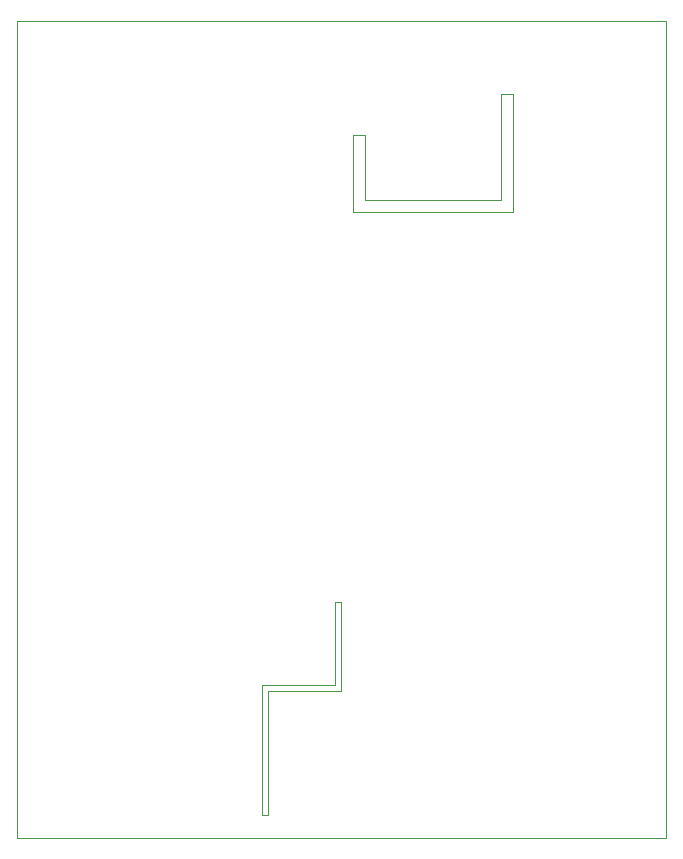
<source format=gbr>
%TF.GenerationSoftware,KiCad,Pcbnew,(5.1.8)-1*%
%TF.CreationDate,2022-05-08T18:20:05+08:00*%
%TF.ProjectId,smartkey,736d6172-746b-4657-992e-6b696361645f,rev?*%
%TF.SameCoordinates,Original*%
%TF.FileFunction,Profile,NP*%
%FSLAX46Y46*%
G04 Gerber Fmt 4.6, Leading zero omitted, Abs format (unit mm)*
G04 Created by KiCad (PCBNEW (5.1.8)-1) date 2022-05-08 18:20:05*
%MOMM*%
%LPD*%
G01*
G04 APERTURE LIST*
%TA.AperFunction,Profile*%
%ADD10C,0.050000*%
%TD*%
G04 APERTURE END LIST*
D10*
X141000000Y-73000000D02*
X141000000Y-82000000D01*
X142000000Y-73000000D02*
X141000000Y-73000000D01*
X142000000Y-83000000D02*
X142000000Y-73000000D01*
X128500000Y-83000000D02*
X142000000Y-83000000D01*
X128500000Y-82500000D02*
X128500000Y-83000000D01*
X128500000Y-76500000D02*
X128500000Y-82500000D01*
X129500000Y-76500000D02*
X128500000Y-76500000D01*
X129500000Y-82000000D02*
X129500000Y-76500000D01*
X141000000Y-82000000D02*
X129500000Y-82000000D01*
X127500000Y-123500000D02*
X121250000Y-123500000D01*
X127500000Y-116000000D02*
X127000000Y-116000000D01*
X127500000Y-123500000D02*
X127500000Y-116000000D01*
X120750000Y-123000000D02*
X120750000Y-134000000D01*
X127000000Y-123000000D02*
X127000000Y-116000000D01*
X120750000Y-123000000D02*
X127000000Y-123000000D01*
X121250000Y-134000000D02*
X121250000Y-123500000D01*
X120750000Y-134000000D02*
X121250000Y-134000000D01*
X155000000Y-66800000D02*
X155000000Y-136000000D01*
X100000000Y-66800000D02*
X155000000Y-66800000D01*
X100000000Y-136000000D02*
X100000000Y-66800000D01*
X155000000Y-136000000D02*
X100000000Y-136000000D01*
M02*

</source>
